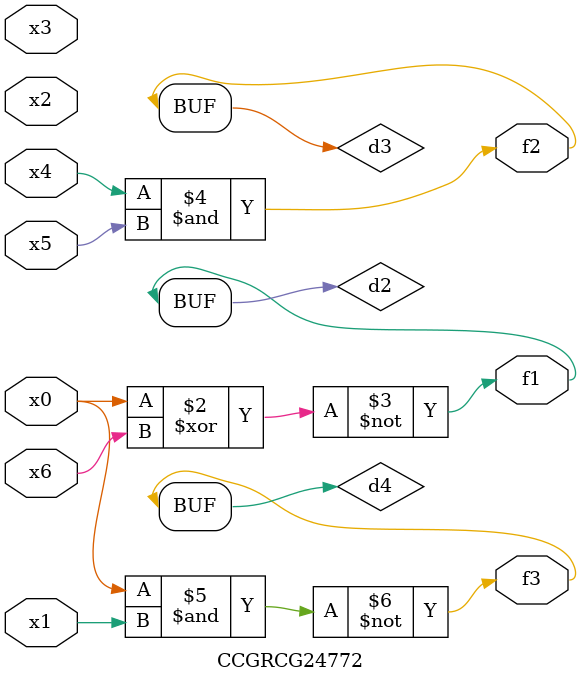
<source format=v>
module CCGRCG24772(
	input x0, x1, x2, x3, x4, x5, x6,
	output f1, f2, f3
);

	wire d1, d2, d3, d4;

	nor (d1, x0);
	xnor (d2, x0, x6);
	and (d3, x4, x5);
	nand (d4, x0, x1);
	assign f1 = d2;
	assign f2 = d3;
	assign f3 = d4;
endmodule

</source>
